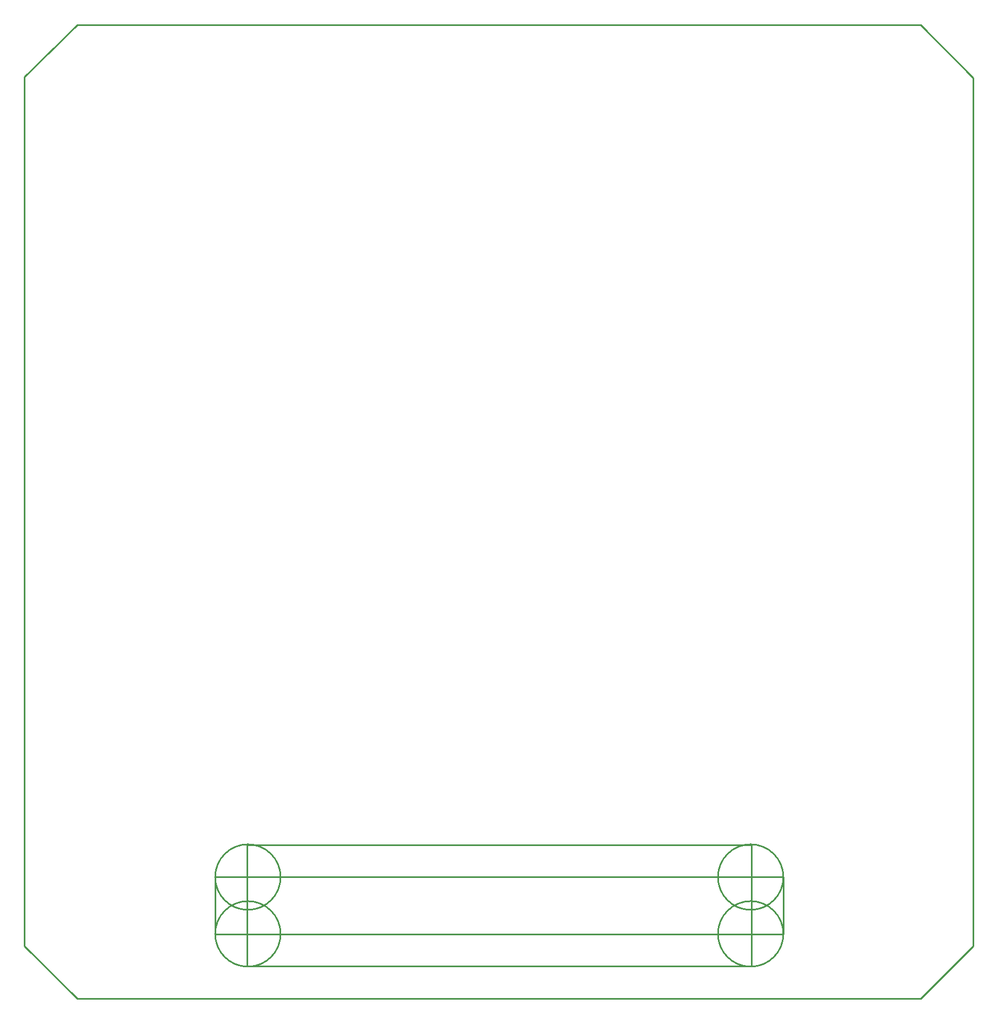
<source format=gko>
G04 Layer: BoardOutlineLayer*
G04 EasyEDA v6.5.22, 2023-04-02 16:23:41*
G04 0d5d065aeb9341cc8506dd620d600087,5a6b42c53f6a479593ecc07194224c93,10*
G04 Gerber Generator version 0.2*
G04 Scale: 100 percent, Rotated: No, Reflected: No *
G04 Dimensions in millimeters *
G04 leading zeros omitted , absolute positions ,4 integer and 5 decimal *
%FSLAX45Y45*%
%MOMM*%

%ADD10C,0.2540*%
D10*
X21399500Y14414500D02*
G01*
X21399500Y825500D01*
X20574000Y0D01*
X7366000Y0D02*
G01*
X6540500Y825500D01*
X6540500Y14427200D01*
X7366000Y15240000D02*
G01*
X20574000Y15240000D01*
X20574000Y15240000D02*
G01*
X21399500Y14414500D01*
X6540500Y14429488D02*
G01*
X7366000Y15240000D01*
X20574000Y0D02*
G01*
X7366000Y0D01*
G75*
G01*
X17399000Y1905000D02*
G02*
X18424401Y1905000I512700J0D01*
G75*
G01*
X18424401Y1905000D02*
G02*
X17399000Y1905000I-512701J0D01*
X17399000Y1905000D02*
G01*
X17399000Y1905000D01*
G75*
G01*
X17399000Y1016000D02*
G02*
X18424401Y1016000I512700J0D01*
G75*
G01*
X18424401Y1016000D02*
G02*
X17399000Y1016000I-512701J0D01*
X17399000Y1016000D02*
G01*
X17399000Y1016000D01*
X9524697Y1910499D02*
G01*
X9524697Y1010498D01*
X9524697Y1010498D02*
G01*
X18424697Y1010498D01*
X18424697Y1010498D02*
G01*
X18424697Y1910499D01*
X18424697Y1910499D02*
G01*
X9524697Y1910499D01*
X10024699Y2410500D02*
G01*
X10024699Y510501D01*
X10024699Y510501D02*
G01*
X17924698Y510501D01*
X17924698Y510501D02*
G01*
X17924698Y2410500D01*
X17924698Y2410500D02*
G01*
X10024699Y2410500D01*
G75*
G01*
X9525000Y1905000D02*
G02*
X10550398Y1905000I512699J0D01*
G75*
G01*
X10550398Y1905000D02*
G02*
X9525000Y1905000I-512699J0D01*
X9525000Y1905000D02*
G01*
X9525000Y1905000D01*
G75*
G01*
X9525000Y1016000D02*
G02*
X10550401Y1016000I512700J0D01*
G75*
G01*
X10550401Y1016000D02*
G02*
X9525000Y1016000I-512701J0D01*
X9525000Y1016000D02*
G01*
X9525000Y1016000D01*

%LPD*%
M02*

</source>
